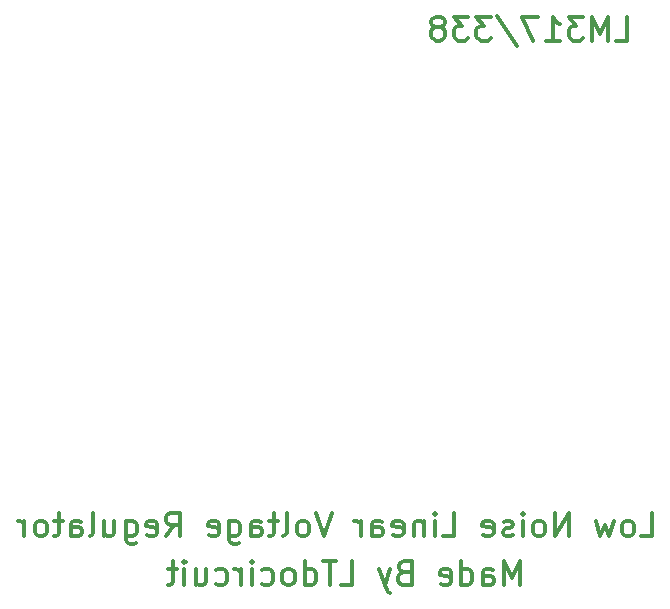
<source format=gbr>
%TF.GenerationSoftware,KiCad,Pcbnew,8.0.3*%
%TF.CreationDate,2025-06-30T13:47:58+07:00*%
%TF.ProjectId,linear supply,6c696e65-6172-4207-9375-70706c792e6b,rev?*%
%TF.SameCoordinates,Original*%
%TF.FileFunction,Legend,Bot*%
%TF.FilePolarity,Positive*%
%FSLAX46Y46*%
G04 Gerber Fmt 4.6, Leading zero omitted, Abs format (unit mm)*
G04 Created by KiCad (PCBNEW 8.0.3) date 2025-06-30 13:47:58*
%MOMM*%
%LPD*%
G01*
G04 APERTURE LIST*
%ADD10C,0.300000*%
G04 APERTURE END LIST*
D10*
X163997950Y-123713528D02*
X164950331Y-123713528D01*
X164950331Y-123713528D02*
X164950331Y-121713528D01*
X163045569Y-123713528D02*
X163236045Y-123618290D01*
X163236045Y-123618290D02*
X163331283Y-123523051D01*
X163331283Y-123523051D02*
X163426521Y-123332575D01*
X163426521Y-123332575D02*
X163426521Y-122761147D01*
X163426521Y-122761147D02*
X163331283Y-122570670D01*
X163331283Y-122570670D02*
X163236045Y-122475432D01*
X163236045Y-122475432D02*
X163045569Y-122380194D01*
X163045569Y-122380194D02*
X162759854Y-122380194D01*
X162759854Y-122380194D02*
X162569378Y-122475432D01*
X162569378Y-122475432D02*
X162474140Y-122570670D01*
X162474140Y-122570670D02*
X162378902Y-122761147D01*
X162378902Y-122761147D02*
X162378902Y-123332575D01*
X162378902Y-123332575D02*
X162474140Y-123523051D01*
X162474140Y-123523051D02*
X162569378Y-123618290D01*
X162569378Y-123618290D02*
X162759854Y-123713528D01*
X162759854Y-123713528D02*
X163045569Y-123713528D01*
X161712235Y-122380194D02*
X161331283Y-123713528D01*
X161331283Y-123713528D02*
X160950330Y-122761147D01*
X160950330Y-122761147D02*
X160569378Y-123713528D01*
X160569378Y-123713528D02*
X160188426Y-122380194D01*
X157902711Y-123713528D02*
X157902711Y-121713528D01*
X157902711Y-121713528D02*
X156759854Y-123713528D01*
X156759854Y-123713528D02*
X156759854Y-121713528D01*
X155521759Y-123713528D02*
X155712235Y-123618290D01*
X155712235Y-123618290D02*
X155807473Y-123523051D01*
X155807473Y-123523051D02*
X155902711Y-123332575D01*
X155902711Y-123332575D02*
X155902711Y-122761147D01*
X155902711Y-122761147D02*
X155807473Y-122570670D01*
X155807473Y-122570670D02*
X155712235Y-122475432D01*
X155712235Y-122475432D02*
X155521759Y-122380194D01*
X155521759Y-122380194D02*
X155236044Y-122380194D01*
X155236044Y-122380194D02*
X155045568Y-122475432D01*
X155045568Y-122475432D02*
X154950330Y-122570670D01*
X154950330Y-122570670D02*
X154855092Y-122761147D01*
X154855092Y-122761147D02*
X154855092Y-123332575D01*
X154855092Y-123332575D02*
X154950330Y-123523051D01*
X154950330Y-123523051D02*
X155045568Y-123618290D01*
X155045568Y-123618290D02*
X155236044Y-123713528D01*
X155236044Y-123713528D02*
X155521759Y-123713528D01*
X153997949Y-123713528D02*
X153997949Y-122380194D01*
X153997949Y-121713528D02*
X154093187Y-121808766D01*
X154093187Y-121808766D02*
X153997949Y-121904004D01*
X153997949Y-121904004D02*
X153902711Y-121808766D01*
X153902711Y-121808766D02*
X153997949Y-121713528D01*
X153997949Y-121713528D02*
X153997949Y-121904004D01*
X153140806Y-123618290D02*
X152950330Y-123713528D01*
X152950330Y-123713528D02*
X152569378Y-123713528D01*
X152569378Y-123713528D02*
X152378901Y-123618290D01*
X152378901Y-123618290D02*
X152283663Y-123427813D01*
X152283663Y-123427813D02*
X152283663Y-123332575D01*
X152283663Y-123332575D02*
X152378901Y-123142099D01*
X152378901Y-123142099D02*
X152569378Y-123046861D01*
X152569378Y-123046861D02*
X152855092Y-123046861D01*
X152855092Y-123046861D02*
X153045568Y-122951623D01*
X153045568Y-122951623D02*
X153140806Y-122761147D01*
X153140806Y-122761147D02*
X153140806Y-122665909D01*
X153140806Y-122665909D02*
X153045568Y-122475432D01*
X153045568Y-122475432D02*
X152855092Y-122380194D01*
X152855092Y-122380194D02*
X152569378Y-122380194D01*
X152569378Y-122380194D02*
X152378901Y-122475432D01*
X150664615Y-123618290D02*
X150855091Y-123713528D01*
X150855091Y-123713528D02*
X151236044Y-123713528D01*
X151236044Y-123713528D02*
X151426520Y-123618290D01*
X151426520Y-123618290D02*
X151521758Y-123427813D01*
X151521758Y-123427813D02*
X151521758Y-122665909D01*
X151521758Y-122665909D02*
X151426520Y-122475432D01*
X151426520Y-122475432D02*
X151236044Y-122380194D01*
X151236044Y-122380194D02*
X150855091Y-122380194D01*
X150855091Y-122380194D02*
X150664615Y-122475432D01*
X150664615Y-122475432D02*
X150569377Y-122665909D01*
X150569377Y-122665909D02*
X150569377Y-122856385D01*
X150569377Y-122856385D02*
X151521758Y-123046861D01*
X147236043Y-123713528D02*
X148188424Y-123713528D01*
X148188424Y-123713528D02*
X148188424Y-121713528D01*
X146569376Y-123713528D02*
X146569376Y-122380194D01*
X146569376Y-121713528D02*
X146664614Y-121808766D01*
X146664614Y-121808766D02*
X146569376Y-121904004D01*
X146569376Y-121904004D02*
X146474138Y-121808766D01*
X146474138Y-121808766D02*
X146569376Y-121713528D01*
X146569376Y-121713528D02*
X146569376Y-121904004D01*
X145616995Y-122380194D02*
X145616995Y-123713528D01*
X145616995Y-122570670D02*
X145521757Y-122475432D01*
X145521757Y-122475432D02*
X145331281Y-122380194D01*
X145331281Y-122380194D02*
X145045566Y-122380194D01*
X145045566Y-122380194D02*
X144855090Y-122475432D01*
X144855090Y-122475432D02*
X144759852Y-122665909D01*
X144759852Y-122665909D02*
X144759852Y-123713528D01*
X143045566Y-123618290D02*
X143236042Y-123713528D01*
X143236042Y-123713528D02*
X143616995Y-123713528D01*
X143616995Y-123713528D02*
X143807471Y-123618290D01*
X143807471Y-123618290D02*
X143902709Y-123427813D01*
X143902709Y-123427813D02*
X143902709Y-122665909D01*
X143902709Y-122665909D02*
X143807471Y-122475432D01*
X143807471Y-122475432D02*
X143616995Y-122380194D01*
X143616995Y-122380194D02*
X143236042Y-122380194D01*
X143236042Y-122380194D02*
X143045566Y-122475432D01*
X143045566Y-122475432D02*
X142950328Y-122665909D01*
X142950328Y-122665909D02*
X142950328Y-122856385D01*
X142950328Y-122856385D02*
X143902709Y-123046861D01*
X141236042Y-123713528D02*
X141236042Y-122665909D01*
X141236042Y-122665909D02*
X141331280Y-122475432D01*
X141331280Y-122475432D02*
X141521756Y-122380194D01*
X141521756Y-122380194D02*
X141902709Y-122380194D01*
X141902709Y-122380194D02*
X142093185Y-122475432D01*
X141236042Y-123618290D02*
X141426518Y-123713528D01*
X141426518Y-123713528D02*
X141902709Y-123713528D01*
X141902709Y-123713528D02*
X142093185Y-123618290D01*
X142093185Y-123618290D02*
X142188423Y-123427813D01*
X142188423Y-123427813D02*
X142188423Y-123237337D01*
X142188423Y-123237337D02*
X142093185Y-123046861D01*
X142093185Y-123046861D02*
X141902709Y-122951623D01*
X141902709Y-122951623D02*
X141426518Y-122951623D01*
X141426518Y-122951623D02*
X141236042Y-122856385D01*
X140283661Y-123713528D02*
X140283661Y-122380194D01*
X140283661Y-122761147D02*
X140188423Y-122570670D01*
X140188423Y-122570670D02*
X140093185Y-122475432D01*
X140093185Y-122475432D02*
X139902709Y-122380194D01*
X139902709Y-122380194D02*
X139712232Y-122380194D01*
X137807470Y-121713528D02*
X137140804Y-123713528D01*
X137140804Y-123713528D02*
X136474137Y-121713528D01*
X135521756Y-123713528D02*
X135712232Y-123618290D01*
X135712232Y-123618290D02*
X135807470Y-123523051D01*
X135807470Y-123523051D02*
X135902708Y-123332575D01*
X135902708Y-123332575D02*
X135902708Y-122761147D01*
X135902708Y-122761147D02*
X135807470Y-122570670D01*
X135807470Y-122570670D02*
X135712232Y-122475432D01*
X135712232Y-122475432D02*
X135521756Y-122380194D01*
X135521756Y-122380194D02*
X135236041Y-122380194D01*
X135236041Y-122380194D02*
X135045565Y-122475432D01*
X135045565Y-122475432D02*
X134950327Y-122570670D01*
X134950327Y-122570670D02*
X134855089Y-122761147D01*
X134855089Y-122761147D02*
X134855089Y-123332575D01*
X134855089Y-123332575D02*
X134950327Y-123523051D01*
X134950327Y-123523051D02*
X135045565Y-123618290D01*
X135045565Y-123618290D02*
X135236041Y-123713528D01*
X135236041Y-123713528D02*
X135521756Y-123713528D01*
X133712232Y-123713528D02*
X133902708Y-123618290D01*
X133902708Y-123618290D02*
X133997946Y-123427813D01*
X133997946Y-123427813D02*
X133997946Y-121713528D01*
X133236041Y-122380194D02*
X132474137Y-122380194D01*
X132950327Y-121713528D02*
X132950327Y-123427813D01*
X132950327Y-123427813D02*
X132855089Y-123618290D01*
X132855089Y-123618290D02*
X132664613Y-123713528D01*
X132664613Y-123713528D02*
X132474137Y-123713528D01*
X130950327Y-123713528D02*
X130950327Y-122665909D01*
X130950327Y-122665909D02*
X131045565Y-122475432D01*
X131045565Y-122475432D02*
X131236041Y-122380194D01*
X131236041Y-122380194D02*
X131616994Y-122380194D01*
X131616994Y-122380194D02*
X131807470Y-122475432D01*
X130950327Y-123618290D02*
X131140803Y-123713528D01*
X131140803Y-123713528D02*
X131616994Y-123713528D01*
X131616994Y-123713528D02*
X131807470Y-123618290D01*
X131807470Y-123618290D02*
X131902708Y-123427813D01*
X131902708Y-123427813D02*
X131902708Y-123237337D01*
X131902708Y-123237337D02*
X131807470Y-123046861D01*
X131807470Y-123046861D02*
X131616994Y-122951623D01*
X131616994Y-122951623D02*
X131140803Y-122951623D01*
X131140803Y-122951623D02*
X130950327Y-122856385D01*
X129140803Y-122380194D02*
X129140803Y-123999242D01*
X129140803Y-123999242D02*
X129236041Y-124189718D01*
X129236041Y-124189718D02*
X129331279Y-124284956D01*
X129331279Y-124284956D02*
X129521756Y-124380194D01*
X129521756Y-124380194D02*
X129807470Y-124380194D01*
X129807470Y-124380194D02*
X129997946Y-124284956D01*
X129140803Y-123618290D02*
X129331279Y-123713528D01*
X129331279Y-123713528D02*
X129712232Y-123713528D01*
X129712232Y-123713528D02*
X129902708Y-123618290D01*
X129902708Y-123618290D02*
X129997946Y-123523051D01*
X129997946Y-123523051D02*
X130093184Y-123332575D01*
X130093184Y-123332575D02*
X130093184Y-122761147D01*
X130093184Y-122761147D02*
X129997946Y-122570670D01*
X129997946Y-122570670D02*
X129902708Y-122475432D01*
X129902708Y-122475432D02*
X129712232Y-122380194D01*
X129712232Y-122380194D02*
X129331279Y-122380194D01*
X129331279Y-122380194D02*
X129140803Y-122475432D01*
X127426517Y-123618290D02*
X127616993Y-123713528D01*
X127616993Y-123713528D02*
X127997946Y-123713528D01*
X127997946Y-123713528D02*
X128188422Y-123618290D01*
X128188422Y-123618290D02*
X128283660Y-123427813D01*
X128283660Y-123427813D02*
X128283660Y-122665909D01*
X128283660Y-122665909D02*
X128188422Y-122475432D01*
X128188422Y-122475432D02*
X127997946Y-122380194D01*
X127997946Y-122380194D02*
X127616993Y-122380194D01*
X127616993Y-122380194D02*
X127426517Y-122475432D01*
X127426517Y-122475432D02*
X127331279Y-122665909D01*
X127331279Y-122665909D02*
X127331279Y-122856385D01*
X127331279Y-122856385D02*
X128283660Y-123046861D01*
X123807469Y-123713528D02*
X124474136Y-122761147D01*
X124950326Y-123713528D02*
X124950326Y-121713528D01*
X124950326Y-121713528D02*
X124188421Y-121713528D01*
X124188421Y-121713528D02*
X123997945Y-121808766D01*
X123997945Y-121808766D02*
X123902707Y-121904004D01*
X123902707Y-121904004D02*
X123807469Y-122094480D01*
X123807469Y-122094480D02*
X123807469Y-122380194D01*
X123807469Y-122380194D02*
X123902707Y-122570670D01*
X123902707Y-122570670D02*
X123997945Y-122665909D01*
X123997945Y-122665909D02*
X124188421Y-122761147D01*
X124188421Y-122761147D02*
X124950326Y-122761147D01*
X122188421Y-123618290D02*
X122378897Y-123713528D01*
X122378897Y-123713528D02*
X122759850Y-123713528D01*
X122759850Y-123713528D02*
X122950326Y-123618290D01*
X122950326Y-123618290D02*
X123045564Y-123427813D01*
X123045564Y-123427813D02*
X123045564Y-122665909D01*
X123045564Y-122665909D02*
X122950326Y-122475432D01*
X122950326Y-122475432D02*
X122759850Y-122380194D01*
X122759850Y-122380194D02*
X122378897Y-122380194D01*
X122378897Y-122380194D02*
X122188421Y-122475432D01*
X122188421Y-122475432D02*
X122093183Y-122665909D01*
X122093183Y-122665909D02*
X122093183Y-122856385D01*
X122093183Y-122856385D02*
X123045564Y-123046861D01*
X120378897Y-122380194D02*
X120378897Y-123999242D01*
X120378897Y-123999242D02*
X120474135Y-124189718D01*
X120474135Y-124189718D02*
X120569373Y-124284956D01*
X120569373Y-124284956D02*
X120759850Y-124380194D01*
X120759850Y-124380194D02*
X121045564Y-124380194D01*
X121045564Y-124380194D02*
X121236040Y-124284956D01*
X120378897Y-123618290D02*
X120569373Y-123713528D01*
X120569373Y-123713528D02*
X120950326Y-123713528D01*
X120950326Y-123713528D02*
X121140802Y-123618290D01*
X121140802Y-123618290D02*
X121236040Y-123523051D01*
X121236040Y-123523051D02*
X121331278Y-123332575D01*
X121331278Y-123332575D02*
X121331278Y-122761147D01*
X121331278Y-122761147D02*
X121236040Y-122570670D01*
X121236040Y-122570670D02*
X121140802Y-122475432D01*
X121140802Y-122475432D02*
X120950326Y-122380194D01*
X120950326Y-122380194D02*
X120569373Y-122380194D01*
X120569373Y-122380194D02*
X120378897Y-122475432D01*
X118569373Y-122380194D02*
X118569373Y-123713528D01*
X119426516Y-122380194D02*
X119426516Y-123427813D01*
X119426516Y-123427813D02*
X119331278Y-123618290D01*
X119331278Y-123618290D02*
X119140802Y-123713528D01*
X119140802Y-123713528D02*
X118855087Y-123713528D01*
X118855087Y-123713528D02*
X118664611Y-123618290D01*
X118664611Y-123618290D02*
X118569373Y-123523051D01*
X117331278Y-123713528D02*
X117521754Y-123618290D01*
X117521754Y-123618290D02*
X117616992Y-123427813D01*
X117616992Y-123427813D02*
X117616992Y-121713528D01*
X115712230Y-123713528D02*
X115712230Y-122665909D01*
X115712230Y-122665909D02*
X115807468Y-122475432D01*
X115807468Y-122475432D02*
X115997944Y-122380194D01*
X115997944Y-122380194D02*
X116378897Y-122380194D01*
X116378897Y-122380194D02*
X116569373Y-122475432D01*
X115712230Y-123618290D02*
X115902706Y-123713528D01*
X115902706Y-123713528D02*
X116378897Y-123713528D01*
X116378897Y-123713528D02*
X116569373Y-123618290D01*
X116569373Y-123618290D02*
X116664611Y-123427813D01*
X116664611Y-123427813D02*
X116664611Y-123237337D01*
X116664611Y-123237337D02*
X116569373Y-123046861D01*
X116569373Y-123046861D02*
X116378897Y-122951623D01*
X116378897Y-122951623D02*
X115902706Y-122951623D01*
X115902706Y-122951623D02*
X115712230Y-122856385D01*
X115045563Y-122380194D02*
X114283659Y-122380194D01*
X114759849Y-121713528D02*
X114759849Y-123427813D01*
X114759849Y-123427813D02*
X114664611Y-123618290D01*
X114664611Y-123618290D02*
X114474135Y-123713528D01*
X114474135Y-123713528D02*
X114283659Y-123713528D01*
X113331278Y-123713528D02*
X113521754Y-123618290D01*
X113521754Y-123618290D02*
X113616992Y-123523051D01*
X113616992Y-123523051D02*
X113712230Y-123332575D01*
X113712230Y-123332575D02*
X113712230Y-122761147D01*
X113712230Y-122761147D02*
X113616992Y-122570670D01*
X113616992Y-122570670D02*
X113521754Y-122475432D01*
X113521754Y-122475432D02*
X113331278Y-122380194D01*
X113331278Y-122380194D02*
X113045563Y-122380194D01*
X113045563Y-122380194D02*
X112855087Y-122475432D01*
X112855087Y-122475432D02*
X112759849Y-122570670D01*
X112759849Y-122570670D02*
X112664611Y-122761147D01*
X112664611Y-122761147D02*
X112664611Y-123332575D01*
X112664611Y-123332575D02*
X112759849Y-123523051D01*
X112759849Y-123523051D02*
X112855087Y-123618290D01*
X112855087Y-123618290D02*
X113045563Y-123713528D01*
X113045563Y-123713528D02*
X113331278Y-123713528D01*
X111807468Y-123713528D02*
X111807468Y-122380194D01*
X111807468Y-122761147D02*
X111712230Y-122570670D01*
X111712230Y-122570670D02*
X111616992Y-122475432D01*
X111616992Y-122475432D02*
X111426516Y-122380194D01*
X111426516Y-122380194D02*
X111236039Y-122380194D01*
X153730331Y-127825748D02*
X153730331Y-125825748D01*
X153730331Y-125825748D02*
X153063664Y-127254319D01*
X153063664Y-127254319D02*
X152396998Y-125825748D01*
X152396998Y-125825748D02*
X152396998Y-127825748D01*
X150587474Y-127825748D02*
X150587474Y-126778129D01*
X150587474Y-126778129D02*
X150682712Y-126587652D01*
X150682712Y-126587652D02*
X150873188Y-126492414D01*
X150873188Y-126492414D02*
X151254141Y-126492414D01*
X151254141Y-126492414D02*
X151444617Y-126587652D01*
X150587474Y-127730510D02*
X150777950Y-127825748D01*
X150777950Y-127825748D02*
X151254141Y-127825748D01*
X151254141Y-127825748D02*
X151444617Y-127730510D01*
X151444617Y-127730510D02*
X151539855Y-127540033D01*
X151539855Y-127540033D02*
X151539855Y-127349557D01*
X151539855Y-127349557D02*
X151444617Y-127159081D01*
X151444617Y-127159081D02*
X151254141Y-127063843D01*
X151254141Y-127063843D02*
X150777950Y-127063843D01*
X150777950Y-127063843D02*
X150587474Y-126968605D01*
X148777950Y-127825748D02*
X148777950Y-125825748D01*
X148777950Y-127730510D02*
X148968426Y-127825748D01*
X148968426Y-127825748D02*
X149349379Y-127825748D01*
X149349379Y-127825748D02*
X149539855Y-127730510D01*
X149539855Y-127730510D02*
X149635093Y-127635271D01*
X149635093Y-127635271D02*
X149730331Y-127444795D01*
X149730331Y-127444795D02*
X149730331Y-126873367D01*
X149730331Y-126873367D02*
X149635093Y-126682890D01*
X149635093Y-126682890D02*
X149539855Y-126587652D01*
X149539855Y-126587652D02*
X149349379Y-126492414D01*
X149349379Y-126492414D02*
X148968426Y-126492414D01*
X148968426Y-126492414D02*
X148777950Y-126587652D01*
X147063664Y-127730510D02*
X147254140Y-127825748D01*
X147254140Y-127825748D02*
X147635093Y-127825748D01*
X147635093Y-127825748D02*
X147825569Y-127730510D01*
X147825569Y-127730510D02*
X147920807Y-127540033D01*
X147920807Y-127540033D02*
X147920807Y-126778129D01*
X147920807Y-126778129D02*
X147825569Y-126587652D01*
X147825569Y-126587652D02*
X147635093Y-126492414D01*
X147635093Y-126492414D02*
X147254140Y-126492414D01*
X147254140Y-126492414D02*
X147063664Y-126587652D01*
X147063664Y-126587652D02*
X146968426Y-126778129D01*
X146968426Y-126778129D02*
X146968426Y-126968605D01*
X146968426Y-126968605D02*
X147920807Y-127159081D01*
X143920806Y-126778129D02*
X143635092Y-126873367D01*
X143635092Y-126873367D02*
X143539854Y-126968605D01*
X143539854Y-126968605D02*
X143444616Y-127159081D01*
X143444616Y-127159081D02*
X143444616Y-127444795D01*
X143444616Y-127444795D02*
X143539854Y-127635271D01*
X143539854Y-127635271D02*
X143635092Y-127730510D01*
X143635092Y-127730510D02*
X143825568Y-127825748D01*
X143825568Y-127825748D02*
X144587473Y-127825748D01*
X144587473Y-127825748D02*
X144587473Y-125825748D01*
X144587473Y-125825748D02*
X143920806Y-125825748D01*
X143920806Y-125825748D02*
X143730330Y-125920986D01*
X143730330Y-125920986D02*
X143635092Y-126016224D01*
X143635092Y-126016224D02*
X143539854Y-126206700D01*
X143539854Y-126206700D02*
X143539854Y-126397176D01*
X143539854Y-126397176D02*
X143635092Y-126587652D01*
X143635092Y-126587652D02*
X143730330Y-126682890D01*
X143730330Y-126682890D02*
X143920806Y-126778129D01*
X143920806Y-126778129D02*
X144587473Y-126778129D01*
X142777949Y-126492414D02*
X142301759Y-127825748D01*
X141825568Y-126492414D02*
X142301759Y-127825748D01*
X142301759Y-127825748D02*
X142492235Y-128301938D01*
X142492235Y-128301938D02*
X142587473Y-128397176D01*
X142587473Y-128397176D02*
X142777949Y-128492414D01*
X138587472Y-127825748D02*
X139539853Y-127825748D01*
X139539853Y-127825748D02*
X139539853Y-125825748D01*
X138206519Y-125825748D02*
X137063662Y-125825748D01*
X137635091Y-127825748D02*
X137635091Y-125825748D01*
X135539852Y-127825748D02*
X135539852Y-125825748D01*
X135539852Y-127730510D02*
X135730328Y-127825748D01*
X135730328Y-127825748D02*
X136111281Y-127825748D01*
X136111281Y-127825748D02*
X136301757Y-127730510D01*
X136301757Y-127730510D02*
X136396995Y-127635271D01*
X136396995Y-127635271D02*
X136492233Y-127444795D01*
X136492233Y-127444795D02*
X136492233Y-126873367D01*
X136492233Y-126873367D02*
X136396995Y-126682890D01*
X136396995Y-126682890D02*
X136301757Y-126587652D01*
X136301757Y-126587652D02*
X136111281Y-126492414D01*
X136111281Y-126492414D02*
X135730328Y-126492414D01*
X135730328Y-126492414D02*
X135539852Y-126587652D01*
X134301757Y-127825748D02*
X134492233Y-127730510D01*
X134492233Y-127730510D02*
X134587471Y-127635271D01*
X134587471Y-127635271D02*
X134682709Y-127444795D01*
X134682709Y-127444795D02*
X134682709Y-126873367D01*
X134682709Y-126873367D02*
X134587471Y-126682890D01*
X134587471Y-126682890D02*
X134492233Y-126587652D01*
X134492233Y-126587652D02*
X134301757Y-126492414D01*
X134301757Y-126492414D02*
X134016042Y-126492414D01*
X134016042Y-126492414D02*
X133825566Y-126587652D01*
X133825566Y-126587652D02*
X133730328Y-126682890D01*
X133730328Y-126682890D02*
X133635090Y-126873367D01*
X133635090Y-126873367D02*
X133635090Y-127444795D01*
X133635090Y-127444795D02*
X133730328Y-127635271D01*
X133730328Y-127635271D02*
X133825566Y-127730510D01*
X133825566Y-127730510D02*
X134016042Y-127825748D01*
X134016042Y-127825748D02*
X134301757Y-127825748D01*
X131920804Y-127730510D02*
X132111280Y-127825748D01*
X132111280Y-127825748D02*
X132492233Y-127825748D01*
X132492233Y-127825748D02*
X132682709Y-127730510D01*
X132682709Y-127730510D02*
X132777947Y-127635271D01*
X132777947Y-127635271D02*
X132873185Y-127444795D01*
X132873185Y-127444795D02*
X132873185Y-126873367D01*
X132873185Y-126873367D02*
X132777947Y-126682890D01*
X132777947Y-126682890D02*
X132682709Y-126587652D01*
X132682709Y-126587652D02*
X132492233Y-126492414D01*
X132492233Y-126492414D02*
X132111280Y-126492414D01*
X132111280Y-126492414D02*
X131920804Y-126587652D01*
X131063661Y-127825748D02*
X131063661Y-126492414D01*
X131063661Y-125825748D02*
X131158899Y-125920986D01*
X131158899Y-125920986D02*
X131063661Y-126016224D01*
X131063661Y-126016224D02*
X130968423Y-125920986D01*
X130968423Y-125920986D02*
X131063661Y-125825748D01*
X131063661Y-125825748D02*
X131063661Y-126016224D01*
X130111280Y-127825748D02*
X130111280Y-126492414D01*
X130111280Y-126873367D02*
X130016042Y-126682890D01*
X130016042Y-126682890D02*
X129920804Y-126587652D01*
X129920804Y-126587652D02*
X129730328Y-126492414D01*
X129730328Y-126492414D02*
X129539851Y-126492414D01*
X128016042Y-127730510D02*
X128206518Y-127825748D01*
X128206518Y-127825748D02*
X128587471Y-127825748D01*
X128587471Y-127825748D02*
X128777947Y-127730510D01*
X128777947Y-127730510D02*
X128873185Y-127635271D01*
X128873185Y-127635271D02*
X128968423Y-127444795D01*
X128968423Y-127444795D02*
X128968423Y-126873367D01*
X128968423Y-126873367D02*
X128873185Y-126682890D01*
X128873185Y-126682890D02*
X128777947Y-126587652D01*
X128777947Y-126587652D02*
X128587471Y-126492414D01*
X128587471Y-126492414D02*
X128206518Y-126492414D01*
X128206518Y-126492414D02*
X128016042Y-126587652D01*
X126301756Y-126492414D02*
X126301756Y-127825748D01*
X127158899Y-126492414D02*
X127158899Y-127540033D01*
X127158899Y-127540033D02*
X127063661Y-127730510D01*
X127063661Y-127730510D02*
X126873185Y-127825748D01*
X126873185Y-127825748D02*
X126587470Y-127825748D01*
X126587470Y-127825748D02*
X126396994Y-127730510D01*
X126396994Y-127730510D02*
X126301756Y-127635271D01*
X125349375Y-127825748D02*
X125349375Y-126492414D01*
X125349375Y-125825748D02*
X125444613Y-125920986D01*
X125444613Y-125920986D02*
X125349375Y-126016224D01*
X125349375Y-126016224D02*
X125254137Y-125920986D01*
X125254137Y-125920986D02*
X125349375Y-125825748D01*
X125349375Y-125825748D02*
X125349375Y-126016224D01*
X124682708Y-126492414D02*
X123920804Y-126492414D01*
X124396994Y-125825748D02*
X124396994Y-127540033D01*
X124396994Y-127540033D02*
X124301756Y-127730510D01*
X124301756Y-127730510D02*
X124111280Y-127825748D01*
X124111280Y-127825748D02*
X123920804Y-127825748D01*
X161874060Y-81739638D02*
X162826441Y-81739638D01*
X162826441Y-81739638D02*
X162826441Y-79739638D01*
X161207393Y-81739638D02*
X161207393Y-79739638D01*
X161207393Y-79739638D02*
X160540726Y-81168209D01*
X160540726Y-81168209D02*
X159874060Y-79739638D01*
X159874060Y-79739638D02*
X159874060Y-81739638D01*
X159112155Y-79739638D02*
X157874060Y-79739638D01*
X157874060Y-79739638D02*
X158540727Y-80501542D01*
X158540727Y-80501542D02*
X158255012Y-80501542D01*
X158255012Y-80501542D02*
X158064536Y-80596780D01*
X158064536Y-80596780D02*
X157969298Y-80692019D01*
X157969298Y-80692019D02*
X157874060Y-80882495D01*
X157874060Y-80882495D02*
X157874060Y-81358685D01*
X157874060Y-81358685D02*
X157969298Y-81549161D01*
X157969298Y-81549161D02*
X158064536Y-81644400D01*
X158064536Y-81644400D02*
X158255012Y-81739638D01*
X158255012Y-81739638D02*
X158826441Y-81739638D01*
X158826441Y-81739638D02*
X159016917Y-81644400D01*
X159016917Y-81644400D02*
X159112155Y-81549161D01*
X155969298Y-81739638D02*
X157112155Y-81739638D01*
X156540727Y-81739638D02*
X156540727Y-79739638D01*
X156540727Y-79739638D02*
X156731203Y-80025352D01*
X156731203Y-80025352D02*
X156921679Y-80215828D01*
X156921679Y-80215828D02*
X157112155Y-80311066D01*
X155302631Y-79739638D02*
X153969298Y-79739638D01*
X153969298Y-79739638D02*
X154826441Y-81739638D01*
X151778822Y-79644400D02*
X153493107Y-82215828D01*
X151302631Y-79739638D02*
X150064536Y-79739638D01*
X150064536Y-79739638D02*
X150731203Y-80501542D01*
X150731203Y-80501542D02*
X150445488Y-80501542D01*
X150445488Y-80501542D02*
X150255012Y-80596780D01*
X150255012Y-80596780D02*
X150159774Y-80692019D01*
X150159774Y-80692019D02*
X150064536Y-80882495D01*
X150064536Y-80882495D02*
X150064536Y-81358685D01*
X150064536Y-81358685D02*
X150159774Y-81549161D01*
X150159774Y-81549161D02*
X150255012Y-81644400D01*
X150255012Y-81644400D02*
X150445488Y-81739638D01*
X150445488Y-81739638D02*
X151016917Y-81739638D01*
X151016917Y-81739638D02*
X151207393Y-81644400D01*
X151207393Y-81644400D02*
X151302631Y-81549161D01*
X149397869Y-79739638D02*
X148159774Y-79739638D01*
X148159774Y-79739638D02*
X148826441Y-80501542D01*
X148826441Y-80501542D02*
X148540726Y-80501542D01*
X148540726Y-80501542D02*
X148350250Y-80596780D01*
X148350250Y-80596780D02*
X148255012Y-80692019D01*
X148255012Y-80692019D02*
X148159774Y-80882495D01*
X148159774Y-80882495D02*
X148159774Y-81358685D01*
X148159774Y-81358685D02*
X148255012Y-81549161D01*
X148255012Y-81549161D02*
X148350250Y-81644400D01*
X148350250Y-81644400D02*
X148540726Y-81739638D01*
X148540726Y-81739638D02*
X149112155Y-81739638D01*
X149112155Y-81739638D02*
X149302631Y-81644400D01*
X149302631Y-81644400D02*
X149397869Y-81549161D01*
X147016917Y-80596780D02*
X147207393Y-80501542D01*
X147207393Y-80501542D02*
X147302631Y-80406304D01*
X147302631Y-80406304D02*
X147397869Y-80215828D01*
X147397869Y-80215828D02*
X147397869Y-80120590D01*
X147397869Y-80120590D02*
X147302631Y-79930114D01*
X147302631Y-79930114D02*
X147207393Y-79834876D01*
X147207393Y-79834876D02*
X147016917Y-79739638D01*
X147016917Y-79739638D02*
X146635964Y-79739638D01*
X146635964Y-79739638D02*
X146445488Y-79834876D01*
X146445488Y-79834876D02*
X146350250Y-79930114D01*
X146350250Y-79930114D02*
X146255012Y-80120590D01*
X146255012Y-80120590D02*
X146255012Y-80215828D01*
X146255012Y-80215828D02*
X146350250Y-80406304D01*
X146350250Y-80406304D02*
X146445488Y-80501542D01*
X146445488Y-80501542D02*
X146635964Y-80596780D01*
X146635964Y-80596780D02*
X147016917Y-80596780D01*
X147016917Y-80596780D02*
X147207393Y-80692019D01*
X147207393Y-80692019D02*
X147302631Y-80787257D01*
X147302631Y-80787257D02*
X147397869Y-80977733D01*
X147397869Y-80977733D02*
X147397869Y-81358685D01*
X147397869Y-81358685D02*
X147302631Y-81549161D01*
X147302631Y-81549161D02*
X147207393Y-81644400D01*
X147207393Y-81644400D02*
X147016917Y-81739638D01*
X147016917Y-81739638D02*
X146635964Y-81739638D01*
X146635964Y-81739638D02*
X146445488Y-81644400D01*
X146445488Y-81644400D02*
X146350250Y-81549161D01*
X146350250Y-81549161D02*
X146255012Y-81358685D01*
X146255012Y-81358685D02*
X146255012Y-80977733D01*
X146255012Y-80977733D02*
X146350250Y-80787257D01*
X146350250Y-80787257D02*
X146445488Y-80692019D01*
X146445488Y-80692019D02*
X146635964Y-80596780D01*
M02*

</source>
